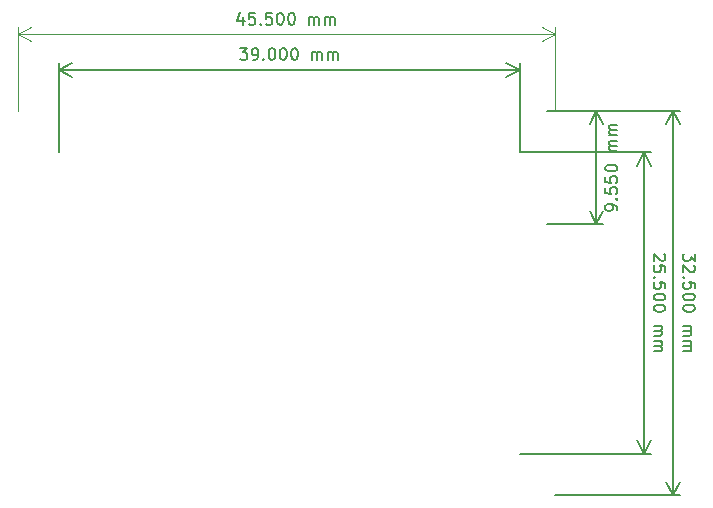
<source format=gbr>
G04 #@! TF.GenerationSoftware,KiCad,Pcbnew,5.1.6-c6e7f7d~87~ubuntu20.04.1*
G04 #@! TF.CreationDate,2020-08-21T14:24:57+01:00*
G04 #@! TF.ProjectId,gas_sensor,6761735f-7365-46e7-936f-722e6b696361,rev?*
G04 #@! TF.SameCoordinates,Original*
G04 #@! TF.FileFunction,Other,ECO1*
%FSLAX46Y46*%
G04 Gerber Fmt 4.6, Leading zero omitted, Abs format (unit mm)*
G04 Created by KiCad (PCBNEW 5.1.6-c6e7f7d~87~ubuntu20.04.1) date 2020-08-21 14:24:57*
%MOMM*%
%LPD*%
G01*
G04 APERTURE LIST*
%ADD10C,0.150000*%
%ADD11C,0.120000*%
G04 APERTURE END LIST*
D10*
X174752380Y-95346428D02*
X174752380Y-95155952D01*
X174704761Y-95060714D01*
X174657142Y-95013095D01*
X174514285Y-94917857D01*
X174323809Y-94870238D01*
X173942857Y-94870238D01*
X173847619Y-94917857D01*
X173800000Y-94965476D01*
X173752380Y-95060714D01*
X173752380Y-95251190D01*
X173800000Y-95346428D01*
X173847619Y-95394047D01*
X173942857Y-95441666D01*
X174180952Y-95441666D01*
X174276190Y-95394047D01*
X174323809Y-95346428D01*
X174371428Y-95251190D01*
X174371428Y-95060714D01*
X174323809Y-94965476D01*
X174276190Y-94917857D01*
X174180952Y-94870238D01*
X174657142Y-94441666D02*
X174704761Y-94394047D01*
X174752380Y-94441666D01*
X174704761Y-94489285D01*
X174657142Y-94441666D01*
X174752380Y-94441666D01*
X173752380Y-93489285D02*
X173752380Y-93965476D01*
X174228571Y-94013095D01*
X174180952Y-93965476D01*
X174133333Y-93870238D01*
X174133333Y-93632142D01*
X174180952Y-93536904D01*
X174228571Y-93489285D01*
X174323809Y-93441666D01*
X174561904Y-93441666D01*
X174657142Y-93489285D01*
X174704761Y-93536904D01*
X174752380Y-93632142D01*
X174752380Y-93870238D01*
X174704761Y-93965476D01*
X174657142Y-94013095D01*
X173752380Y-92536904D02*
X173752380Y-93013095D01*
X174228571Y-93060714D01*
X174180952Y-93013095D01*
X174133333Y-92917857D01*
X174133333Y-92679761D01*
X174180952Y-92584523D01*
X174228571Y-92536904D01*
X174323809Y-92489285D01*
X174561904Y-92489285D01*
X174657142Y-92536904D01*
X174704761Y-92584523D01*
X174752380Y-92679761D01*
X174752380Y-92917857D01*
X174704761Y-93013095D01*
X174657142Y-93060714D01*
X173752380Y-91870238D02*
X173752380Y-91775000D01*
X173800000Y-91679761D01*
X173847619Y-91632142D01*
X173942857Y-91584523D01*
X174133333Y-91536904D01*
X174371428Y-91536904D01*
X174561904Y-91584523D01*
X174657142Y-91632142D01*
X174704761Y-91679761D01*
X174752380Y-91775000D01*
X174752380Y-91870238D01*
X174704761Y-91965476D01*
X174657142Y-92013095D01*
X174561904Y-92060714D01*
X174371428Y-92108333D01*
X174133333Y-92108333D01*
X173942857Y-92060714D01*
X173847619Y-92013095D01*
X173800000Y-91965476D01*
X173752380Y-91870238D01*
X174752380Y-90346428D02*
X174085714Y-90346428D01*
X174180952Y-90346428D02*
X174133333Y-90298809D01*
X174085714Y-90203571D01*
X174085714Y-90060714D01*
X174133333Y-89965476D01*
X174228571Y-89917857D01*
X174752380Y-89917857D01*
X174228571Y-89917857D02*
X174133333Y-89870238D01*
X174085714Y-89775000D01*
X174085714Y-89632142D01*
X174133333Y-89536904D01*
X174228571Y-89489285D01*
X174752380Y-89489285D01*
X174752380Y-89013095D02*
X174085714Y-89013095D01*
X174180952Y-89013095D02*
X174133333Y-88965476D01*
X174085714Y-88870238D01*
X174085714Y-88727380D01*
X174133333Y-88632142D01*
X174228571Y-88584523D01*
X174752380Y-88584523D01*
X174228571Y-88584523D02*
X174133333Y-88536904D01*
X174085714Y-88441666D01*
X174085714Y-88298809D01*
X174133333Y-88203571D01*
X174228571Y-88155952D01*
X174752380Y-88155952D01*
X173000000Y-96550000D02*
X173000000Y-87000000D01*
X168850000Y-96550000D02*
X173586421Y-96550000D01*
X168850000Y-87000000D02*
X173586421Y-87000000D01*
X173000000Y-87000000D02*
X173586421Y-88126504D01*
X173000000Y-87000000D02*
X172413579Y-88126504D01*
X173000000Y-96550000D02*
X173586421Y-95423496D01*
X173000000Y-96550000D02*
X172413579Y-95423496D01*
X142809523Y-81652380D02*
X143428571Y-81652380D01*
X143095238Y-82033333D01*
X143238095Y-82033333D01*
X143333333Y-82080952D01*
X143380952Y-82128571D01*
X143428571Y-82223809D01*
X143428571Y-82461904D01*
X143380952Y-82557142D01*
X143333333Y-82604761D01*
X143238095Y-82652380D01*
X142952380Y-82652380D01*
X142857142Y-82604761D01*
X142809523Y-82557142D01*
X143904761Y-82652380D02*
X144095238Y-82652380D01*
X144190476Y-82604761D01*
X144238095Y-82557142D01*
X144333333Y-82414285D01*
X144380952Y-82223809D01*
X144380952Y-81842857D01*
X144333333Y-81747619D01*
X144285714Y-81700000D01*
X144190476Y-81652380D01*
X144000000Y-81652380D01*
X143904761Y-81700000D01*
X143857142Y-81747619D01*
X143809523Y-81842857D01*
X143809523Y-82080952D01*
X143857142Y-82176190D01*
X143904761Y-82223809D01*
X144000000Y-82271428D01*
X144190476Y-82271428D01*
X144285714Y-82223809D01*
X144333333Y-82176190D01*
X144380952Y-82080952D01*
X144809523Y-82557142D02*
X144857142Y-82604761D01*
X144809523Y-82652380D01*
X144761904Y-82604761D01*
X144809523Y-82557142D01*
X144809523Y-82652380D01*
X145476190Y-81652380D02*
X145571428Y-81652380D01*
X145666666Y-81700000D01*
X145714285Y-81747619D01*
X145761904Y-81842857D01*
X145809523Y-82033333D01*
X145809523Y-82271428D01*
X145761904Y-82461904D01*
X145714285Y-82557142D01*
X145666666Y-82604761D01*
X145571428Y-82652380D01*
X145476190Y-82652380D01*
X145380952Y-82604761D01*
X145333333Y-82557142D01*
X145285714Y-82461904D01*
X145238095Y-82271428D01*
X145238095Y-82033333D01*
X145285714Y-81842857D01*
X145333333Y-81747619D01*
X145380952Y-81700000D01*
X145476190Y-81652380D01*
X146428571Y-81652380D02*
X146523809Y-81652380D01*
X146619047Y-81700000D01*
X146666666Y-81747619D01*
X146714285Y-81842857D01*
X146761904Y-82033333D01*
X146761904Y-82271428D01*
X146714285Y-82461904D01*
X146666666Y-82557142D01*
X146619047Y-82604761D01*
X146523809Y-82652380D01*
X146428571Y-82652380D01*
X146333333Y-82604761D01*
X146285714Y-82557142D01*
X146238095Y-82461904D01*
X146190476Y-82271428D01*
X146190476Y-82033333D01*
X146238095Y-81842857D01*
X146285714Y-81747619D01*
X146333333Y-81700000D01*
X146428571Y-81652380D01*
X147380952Y-81652380D02*
X147476190Y-81652380D01*
X147571428Y-81700000D01*
X147619047Y-81747619D01*
X147666666Y-81842857D01*
X147714285Y-82033333D01*
X147714285Y-82271428D01*
X147666666Y-82461904D01*
X147619047Y-82557142D01*
X147571428Y-82604761D01*
X147476190Y-82652380D01*
X147380952Y-82652380D01*
X147285714Y-82604761D01*
X147238095Y-82557142D01*
X147190476Y-82461904D01*
X147142857Y-82271428D01*
X147142857Y-82033333D01*
X147190476Y-81842857D01*
X147238095Y-81747619D01*
X147285714Y-81700000D01*
X147380952Y-81652380D01*
X148904761Y-82652380D02*
X148904761Y-81985714D01*
X148904761Y-82080952D02*
X148952380Y-82033333D01*
X149047619Y-81985714D01*
X149190476Y-81985714D01*
X149285714Y-82033333D01*
X149333333Y-82128571D01*
X149333333Y-82652380D01*
X149333333Y-82128571D02*
X149380952Y-82033333D01*
X149476190Y-81985714D01*
X149619047Y-81985714D01*
X149714285Y-82033333D01*
X149761904Y-82128571D01*
X149761904Y-82652380D01*
X150238095Y-82652380D02*
X150238095Y-81985714D01*
X150238095Y-82080952D02*
X150285714Y-82033333D01*
X150380952Y-81985714D01*
X150523809Y-81985714D01*
X150619047Y-82033333D01*
X150666666Y-82128571D01*
X150666666Y-82652380D01*
X150666666Y-82128571D02*
X150714285Y-82033333D01*
X150809523Y-81985714D01*
X150952380Y-81985714D01*
X151047619Y-82033333D01*
X151095238Y-82128571D01*
X151095238Y-82652380D01*
X127500000Y-83500000D02*
X166500000Y-83500000D01*
X127500000Y-90500000D02*
X127500000Y-82913579D01*
X166500000Y-90500000D02*
X166500000Y-82913579D01*
X166500000Y-83500000D02*
X165373496Y-84086421D01*
X166500000Y-83500000D02*
X165373496Y-82913579D01*
X127500000Y-83500000D02*
X128626504Y-84086421D01*
X127500000Y-83500000D02*
X128626504Y-82913579D01*
X178752380Y-99107142D02*
X178800000Y-99154761D01*
X178847619Y-99250000D01*
X178847619Y-99488095D01*
X178800000Y-99583333D01*
X178752380Y-99630952D01*
X178657142Y-99678571D01*
X178561904Y-99678571D01*
X178419047Y-99630952D01*
X177847619Y-99059523D01*
X177847619Y-99678571D01*
X178847619Y-100583333D02*
X178847619Y-100107142D01*
X178371428Y-100059523D01*
X178419047Y-100107142D01*
X178466666Y-100202380D01*
X178466666Y-100440476D01*
X178419047Y-100535714D01*
X178371428Y-100583333D01*
X178276190Y-100630952D01*
X178038095Y-100630952D01*
X177942857Y-100583333D01*
X177895238Y-100535714D01*
X177847619Y-100440476D01*
X177847619Y-100202380D01*
X177895238Y-100107142D01*
X177942857Y-100059523D01*
X177942857Y-101059523D02*
X177895238Y-101107142D01*
X177847619Y-101059523D01*
X177895238Y-101011904D01*
X177942857Y-101059523D01*
X177847619Y-101059523D01*
X178847619Y-102011904D02*
X178847619Y-101535714D01*
X178371428Y-101488095D01*
X178419047Y-101535714D01*
X178466666Y-101630952D01*
X178466666Y-101869047D01*
X178419047Y-101964285D01*
X178371428Y-102011904D01*
X178276190Y-102059523D01*
X178038095Y-102059523D01*
X177942857Y-102011904D01*
X177895238Y-101964285D01*
X177847619Y-101869047D01*
X177847619Y-101630952D01*
X177895238Y-101535714D01*
X177942857Y-101488095D01*
X178847619Y-102678571D02*
X178847619Y-102773809D01*
X178800000Y-102869047D01*
X178752380Y-102916666D01*
X178657142Y-102964285D01*
X178466666Y-103011904D01*
X178228571Y-103011904D01*
X178038095Y-102964285D01*
X177942857Y-102916666D01*
X177895238Y-102869047D01*
X177847619Y-102773809D01*
X177847619Y-102678571D01*
X177895238Y-102583333D01*
X177942857Y-102535714D01*
X178038095Y-102488095D01*
X178228571Y-102440476D01*
X178466666Y-102440476D01*
X178657142Y-102488095D01*
X178752380Y-102535714D01*
X178800000Y-102583333D01*
X178847619Y-102678571D01*
X178847619Y-103630952D02*
X178847619Y-103726190D01*
X178800000Y-103821428D01*
X178752380Y-103869047D01*
X178657142Y-103916666D01*
X178466666Y-103964285D01*
X178228571Y-103964285D01*
X178038095Y-103916666D01*
X177942857Y-103869047D01*
X177895238Y-103821428D01*
X177847619Y-103726190D01*
X177847619Y-103630952D01*
X177895238Y-103535714D01*
X177942857Y-103488095D01*
X178038095Y-103440476D01*
X178228571Y-103392857D01*
X178466666Y-103392857D01*
X178657142Y-103440476D01*
X178752380Y-103488095D01*
X178800000Y-103535714D01*
X178847619Y-103630952D01*
X177847619Y-105154761D02*
X178514285Y-105154761D01*
X178419047Y-105154761D02*
X178466666Y-105202380D01*
X178514285Y-105297619D01*
X178514285Y-105440476D01*
X178466666Y-105535714D01*
X178371428Y-105583333D01*
X177847619Y-105583333D01*
X178371428Y-105583333D02*
X178466666Y-105630952D01*
X178514285Y-105726190D01*
X178514285Y-105869047D01*
X178466666Y-105964285D01*
X178371428Y-106011904D01*
X177847619Y-106011904D01*
X177847619Y-106488095D02*
X178514285Y-106488095D01*
X178419047Y-106488095D02*
X178466666Y-106535714D01*
X178514285Y-106630952D01*
X178514285Y-106773809D01*
X178466666Y-106869047D01*
X178371428Y-106916666D01*
X177847619Y-106916666D01*
X178371428Y-106916666D02*
X178466666Y-106964285D01*
X178514285Y-107059523D01*
X178514285Y-107202380D01*
X178466666Y-107297619D01*
X178371428Y-107345238D01*
X177847619Y-107345238D01*
X177000000Y-90500000D02*
X177000000Y-116000000D01*
X166500000Y-90500000D02*
X177586421Y-90500000D01*
X166500000Y-116000000D02*
X177586421Y-116000000D01*
X177000000Y-116000000D02*
X176413579Y-114873496D01*
X177000000Y-116000000D02*
X177586421Y-114873496D01*
X177000000Y-90500000D02*
X176413579Y-91626504D01*
X177000000Y-90500000D02*
X177586421Y-91626504D01*
X181347619Y-99059523D02*
X181347619Y-99678571D01*
X180966666Y-99345238D01*
X180966666Y-99488095D01*
X180919047Y-99583333D01*
X180871428Y-99630952D01*
X180776190Y-99678571D01*
X180538095Y-99678571D01*
X180442857Y-99630952D01*
X180395238Y-99583333D01*
X180347619Y-99488095D01*
X180347619Y-99202380D01*
X180395238Y-99107142D01*
X180442857Y-99059523D01*
X181252380Y-100059523D02*
X181300000Y-100107142D01*
X181347619Y-100202380D01*
X181347619Y-100440476D01*
X181300000Y-100535714D01*
X181252380Y-100583333D01*
X181157142Y-100630952D01*
X181061904Y-100630952D01*
X180919047Y-100583333D01*
X180347619Y-100011904D01*
X180347619Y-100630952D01*
X180442857Y-101059523D02*
X180395238Y-101107142D01*
X180347619Y-101059523D01*
X180395238Y-101011904D01*
X180442857Y-101059523D01*
X180347619Y-101059523D01*
X181347619Y-102011904D02*
X181347619Y-101535714D01*
X180871428Y-101488095D01*
X180919047Y-101535714D01*
X180966666Y-101630952D01*
X180966666Y-101869047D01*
X180919047Y-101964285D01*
X180871428Y-102011904D01*
X180776190Y-102059523D01*
X180538095Y-102059523D01*
X180442857Y-102011904D01*
X180395238Y-101964285D01*
X180347619Y-101869047D01*
X180347619Y-101630952D01*
X180395238Y-101535714D01*
X180442857Y-101488095D01*
X181347619Y-102678571D02*
X181347619Y-102773809D01*
X181300000Y-102869047D01*
X181252380Y-102916666D01*
X181157142Y-102964285D01*
X180966666Y-103011904D01*
X180728571Y-103011904D01*
X180538095Y-102964285D01*
X180442857Y-102916666D01*
X180395238Y-102869047D01*
X180347619Y-102773809D01*
X180347619Y-102678571D01*
X180395238Y-102583333D01*
X180442857Y-102535714D01*
X180538095Y-102488095D01*
X180728571Y-102440476D01*
X180966666Y-102440476D01*
X181157142Y-102488095D01*
X181252380Y-102535714D01*
X181300000Y-102583333D01*
X181347619Y-102678571D01*
X181347619Y-103630952D02*
X181347619Y-103726190D01*
X181300000Y-103821428D01*
X181252380Y-103869047D01*
X181157142Y-103916666D01*
X180966666Y-103964285D01*
X180728571Y-103964285D01*
X180538095Y-103916666D01*
X180442857Y-103869047D01*
X180395238Y-103821428D01*
X180347619Y-103726190D01*
X180347619Y-103630952D01*
X180395238Y-103535714D01*
X180442857Y-103488095D01*
X180538095Y-103440476D01*
X180728571Y-103392857D01*
X180966666Y-103392857D01*
X181157142Y-103440476D01*
X181252380Y-103488095D01*
X181300000Y-103535714D01*
X181347619Y-103630952D01*
X180347619Y-105154761D02*
X181014285Y-105154761D01*
X180919047Y-105154761D02*
X180966666Y-105202380D01*
X181014285Y-105297619D01*
X181014285Y-105440476D01*
X180966666Y-105535714D01*
X180871428Y-105583333D01*
X180347619Y-105583333D01*
X180871428Y-105583333D02*
X180966666Y-105630952D01*
X181014285Y-105726190D01*
X181014285Y-105869047D01*
X180966666Y-105964285D01*
X180871428Y-106011904D01*
X180347619Y-106011904D01*
X180347619Y-106488095D02*
X181014285Y-106488095D01*
X180919047Y-106488095D02*
X180966666Y-106535714D01*
X181014285Y-106630952D01*
X181014285Y-106773809D01*
X180966666Y-106869047D01*
X180871428Y-106916666D01*
X180347619Y-106916666D01*
X180871428Y-106916666D02*
X180966666Y-106964285D01*
X181014285Y-107059523D01*
X181014285Y-107202380D01*
X180966666Y-107297619D01*
X180871428Y-107345238D01*
X180347619Y-107345238D01*
X179500000Y-87000000D02*
X179500000Y-119500000D01*
X169500000Y-87000000D02*
X180086421Y-87000000D01*
X169500000Y-119500000D02*
X180086421Y-119500000D01*
X179500000Y-119500000D02*
X178913579Y-118373496D01*
X179500000Y-119500000D02*
X180086421Y-118373496D01*
X179500000Y-87000000D02*
X178913579Y-88126504D01*
X179500000Y-87000000D02*
X180086421Y-88126504D01*
X143083333Y-79015714D02*
X143083333Y-79682380D01*
X142845238Y-78634761D02*
X142607142Y-79349047D01*
X143226190Y-79349047D01*
X144083333Y-78682380D02*
X143607142Y-78682380D01*
X143559523Y-79158571D01*
X143607142Y-79110952D01*
X143702380Y-79063333D01*
X143940476Y-79063333D01*
X144035714Y-79110952D01*
X144083333Y-79158571D01*
X144130952Y-79253809D01*
X144130952Y-79491904D01*
X144083333Y-79587142D01*
X144035714Y-79634761D01*
X143940476Y-79682380D01*
X143702380Y-79682380D01*
X143607142Y-79634761D01*
X143559523Y-79587142D01*
X144559523Y-79587142D02*
X144607142Y-79634761D01*
X144559523Y-79682380D01*
X144511904Y-79634761D01*
X144559523Y-79587142D01*
X144559523Y-79682380D01*
X145511904Y-78682380D02*
X145035714Y-78682380D01*
X144988095Y-79158571D01*
X145035714Y-79110952D01*
X145130952Y-79063333D01*
X145369047Y-79063333D01*
X145464285Y-79110952D01*
X145511904Y-79158571D01*
X145559523Y-79253809D01*
X145559523Y-79491904D01*
X145511904Y-79587142D01*
X145464285Y-79634761D01*
X145369047Y-79682380D01*
X145130952Y-79682380D01*
X145035714Y-79634761D01*
X144988095Y-79587142D01*
X146178571Y-78682380D02*
X146273809Y-78682380D01*
X146369047Y-78730000D01*
X146416666Y-78777619D01*
X146464285Y-78872857D01*
X146511904Y-79063333D01*
X146511904Y-79301428D01*
X146464285Y-79491904D01*
X146416666Y-79587142D01*
X146369047Y-79634761D01*
X146273809Y-79682380D01*
X146178571Y-79682380D01*
X146083333Y-79634761D01*
X146035714Y-79587142D01*
X145988095Y-79491904D01*
X145940476Y-79301428D01*
X145940476Y-79063333D01*
X145988095Y-78872857D01*
X146035714Y-78777619D01*
X146083333Y-78730000D01*
X146178571Y-78682380D01*
X147130952Y-78682380D02*
X147226190Y-78682380D01*
X147321428Y-78730000D01*
X147369047Y-78777619D01*
X147416666Y-78872857D01*
X147464285Y-79063333D01*
X147464285Y-79301428D01*
X147416666Y-79491904D01*
X147369047Y-79587142D01*
X147321428Y-79634761D01*
X147226190Y-79682380D01*
X147130952Y-79682380D01*
X147035714Y-79634761D01*
X146988095Y-79587142D01*
X146940476Y-79491904D01*
X146892857Y-79301428D01*
X146892857Y-79063333D01*
X146940476Y-78872857D01*
X146988095Y-78777619D01*
X147035714Y-78730000D01*
X147130952Y-78682380D01*
X148654761Y-79682380D02*
X148654761Y-79015714D01*
X148654761Y-79110952D02*
X148702380Y-79063333D01*
X148797619Y-79015714D01*
X148940476Y-79015714D01*
X149035714Y-79063333D01*
X149083333Y-79158571D01*
X149083333Y-79682380D01*
X149083333Y-79158571D02*
X149130952Y-79063333D01*
X149226190Y-79015714D01*
X149369047Y-79015714D01*
X149464285Y-79063333D01*
X149511904Y-79158571D01*
X149511904Y-79682380D01*
X149988095Y-79682380D02*
X149988095Y-79015714D01*
X149988095Y-79110952D02*
X150035714Y-79063333D01*
X150130952Y-79015714D01*
X150273809Y-79015714D01*
X150369047Y-79063333D01*
X150416666Y-79158571D01*
X150416666Y-79682380D01*
X150416666Y-79158571D02*
X150464285Y-79063333D01*
X150559523Y-79015714D01*
X150702380Y-79015714D01*
X150797619Y-79063333D01*
X150845238Y-79158571D01*
X150845238Y-79682380D01*
D11*
X124000000Y-80500000D02*
X169500000Y-80500000D01*
X124000000Y-87000000D02*
X124000000Y-79913579D01*
X169500000Y-87000000D02*
X169500000Y-79913579D01*
X169500000Y-80500000D02*
X168373496Y-81086421D01*
X169500000Y-80500000D02*
X168373496Y-79913579D01*
X124000000Y-80500000D02*
X125126504Y-81086421D01*
X124000000Y-80500000D02*
X125126504Y-79913579D01*
M02*

</source>
